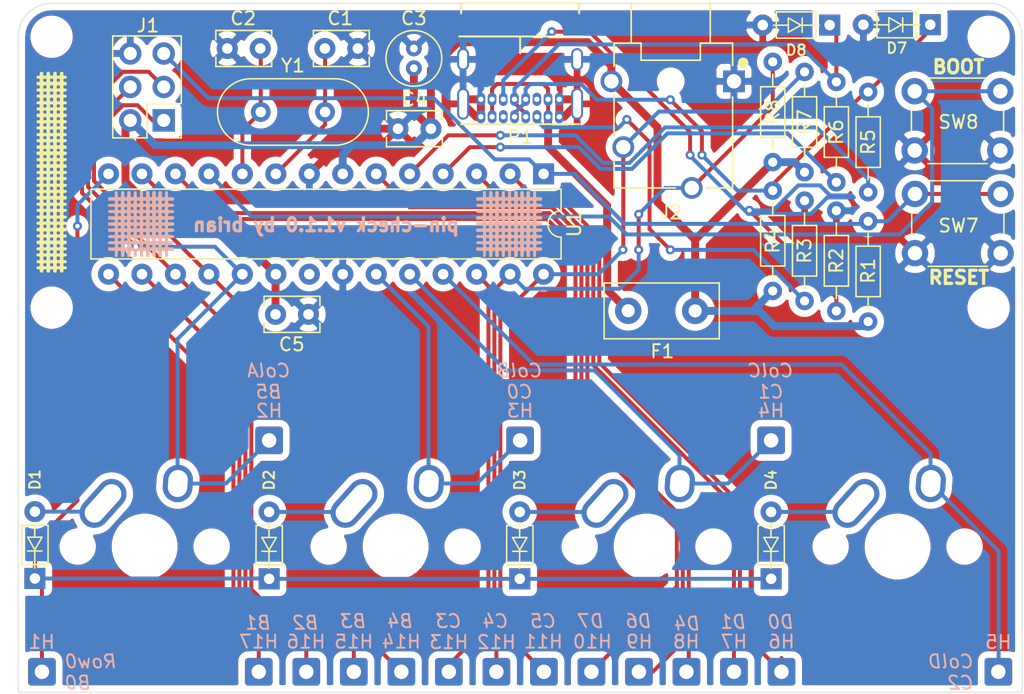
<source format=kicad_pcb>
(kicad_pcb (version 20171130) (host pcbnew "(5.1.6-0-10_14)")
  (title_block (title pin-check) (rev v1.1.0) (comment 2 https://github.com/brianmutualaid/pin-check/blob/master/LICENSE) (comment 3 "License: BSD 2-Clause") (comment 4 brian@mutualaid.info))
  (layers (0 F.Cu signal) (31 B.Cu signal) (34 B.Paste user) (35 F.Paste user) (36 B.SilkS user) (37 F.SilkS user) (38 B.Mask user) (39 F.Mask user) (44 Edge.Cuts user))
  (net 0 "")
  (net 1 "Net-(C1-Pad2)")
  (net 2 GND)
  (net 3 "Net-(C2-Pad2)")
  (net 4 +5V)
  (net 5 "Net-(D1-Pad2)")
  (net 6 /Row0)
  (net 7 "Net-(D2-Pad2)")
  (net 8 "Net-(D3-Pad2)")
  (net 9 "Net-(D4-Pad2)")
  (net 10 "Net-(D7-Pad1)")
  (net 11 "Net-(D8-Pad1)")
  (net 12 "Net-(F1-Pad2)")
  (net 13 /B1)
  (net 14 /B2)
  (net 15 /B3)
  (net 16 /B4)
  (net 17 /C5)
  (net 18 /D0)
  (net 19 /D1)
  (net 20 /D4)
  (net 21 /D6)
  (net 22 /D7)
  (net 23 /Reset)
  (net 24 "Net-(P1-PadB5)")
  (net 25 "Net-(P1-PadB8)")
  (net 26 "Net-(P1-PadA8)")
  (net 27 "Net-(P1-PadA5)")
  (net 28 /D-)
  (net 29 /D+)
  (net 30 /Boot)
  (net 31 "Net-(U1-Pad21)")
  (net 32 /C3)
  (net 33 /C4)
  (net 34 /ColA)
  (net 35 /ColB)
  (net 36 /ColC)
  (net 37 /ColD)
  (module pin-check:pin-check-pattern-square (layer B.Cu) (at 91.8845 42.164)
    (fp_text reference G*** hide)
    (fp_text value LOGO hide)
  )
  (module pin-check:pin-check-pattern-square (layer B.Cu) (at 119.8245 42.164)
    (fp_text reference G*** hide)
    (fp_text value LOGO hide)
  )
  (module pin-check:MX-1U-NoLED (layer F.Cu) (at 149.3 66.6635)
    (fp_text reference SW4)
    (fp_text value MX-NoLED)
    (pad 2 thru_hole oval (at 2.52 -4.79 86) (size 2.831378 2.25) (drill oval 2.051378 1.48) (layers *.Cu *.Mask) (net 37 /ColD))
    (pad 1 thru_hole oval (at -3.16 -3.28 48) (size 4.21 2.25) (drill oval 3.43 1.48) (layers *.Cu *.Mask) (net 9 "Net-(D4-Pad2)"))
    (pad "" np_thru_hole circle (at 5.08 0 48.0996) (size 1.75 1.75) (drill 1.75) (layers *.Cu *.Mask))
    (pad "" np_thru_hole circle (at -5.08 0 48.0996) (size 1.75 1.75) (drill 1.75) (layers *.Cu *.Mask))
    (pad "" np_thru_hole circle (at 0 0) (size 3.9878 3.9878) (drill 3.9878) (layers *.Cu *.Mask))
  )
  (module pin-check:MX-1U-NoLED (layer F.Cu) (at 130.25 66.6635)
    (fp_text reference SW3)
    (fp_text value MX-NoLED)
    (pad 2 thru_hole oval (at 2.52 -4.79 86) (size 2.831378 2.25) (drill oval 2.051378 1.48) (layers *.Cu *.Mask) (net 36 /ColC))
    (pad 1 thru_hole oval (at -3.16 -3.28 48) (size 4.21 2.25) (drill oval 3.43 1.48) (layers *.Cu *.Mask) (net 8 "Net-(D3-Pad2)"))
    (pad "" np_thru_hole circle (at 5.08 0 48.0996) (size 1.75 1.75) (drill 1.75) (layers *.Cu *.Mask))
    (pad "" np_thru_hole circle (at -5.08 0 48.0996) (size 1.75 1.75) (drill 1.75) (layers *.Cu *.Mask))
    (pad "" np_thru_hole circle (at 0 0) (size 3.9878 3.9878) (drill 3.9878) (layers *.Cu *.Mask))
  )
  (module pin-check:MX-1U-NoLED (layer F.Cu) (at 111.2 66.6635)
    (fp_text reference SW2)
    (fp_text value MX-NoLED)
    (pad 2 thru_hole oval (at 2.52 -4.79 86) (size 2.831378 2.25) (drill oval 2.051378 1.48) (layers *.Cu *.Mask) (net 35 /ColB))
    (pad 1 thru_hole oval (at -3.16 -3.28 48) (size 4.21 2.25) (drill oval 3.43 1.48) (layers *.Cu *.Mask) (net 7 "Net-(D2-Pad2)"))
    (pad "" np_thru_hole circle (at 5.08 0 48.0996) (size 1.75 1.75) (drill 1.75) (layers *.Cu *.Mask))
    (pad "" np_thru_hole circle (at -5.08 0 48.0996) (size 1.75 1.75) (drill 1.75) (layers *.Cu *.Mask))
    (pad "" np_thru_hole circle (at 0 0) (size 3.9878 3.9878) (drill 3.9878) (layers *.Cu *.Mask))
  )
  (module pin-check:MX-1U-NoLED (layer F.Cu) (at 92.15 66.6635)
    (fp_text reference SW1)
    (fp_text value MX-NoLED)
    (pad 2 thru_hole oval (at 2.52 -4.79 86) (size 2.831378 2.25) (drill oval 2.051378 1.48) (layers *.Cu *.Mask) (net 34 /ColA))
    (pad 1 thru_hole oval (at -3.16 -3.28 48) (size 4.21 2.25) (drill oval 3.43 1.48) (layers *.Cu *.Mask) (net 5 "Net-(D1-Pad2)"))
    (pad "" np_thru_hole circle (at 5.08 0 48.0996) (size 1.75 1.75) (drill 1.75) (layers *.Cu *.Mask))
    (pad "" np_thru_hole circle (at -5.08 0 48.0996) (size 1.75 1.75) (drill 1.75) (layers *.Cu *.Mask))
    (pad "" np_thru_hole circle (at 0 0) (size 3.9878 3.9878) (drill 3.9878) (layers *.Cu *.Mask))
  )
  (module Resistor_THT:R_Axial_DIN0204_L3.6mm_D1.6mm_P7.62mm_Horizontal (layer F.Cu) (at 139.827 37.465 90)
    (fp_text reference R8 (at 3.81 0 90) (layer F.SilkS))
    (fp_text value 4.7k)
    (pad 2 thru_hole oval (at 7.62 0 90) (size 1.4 1.4) (drill 0.7) (layers *.Cu *.Mask) (net 33 /C4))
    (pad 1 thru_hole circle (at 0 0 90) (size 1.4 1.4) (drill 0.7) (layers *.Cu *.Mask) (net 4 +5V))
  )
  (module Resistor_THT:R_Axial_DIN0204_L3.6mm_D1.6mm_P7.62mm_Horizontal (layer F.Cu) (at 142.24 38.227 90)
    (fp_text reference R7 (at 3.81 0 90) (layer F.SilkS))
    (fp_text value 4.7k)
    (pad 2 thru_hole oval (at 7.62 0 90) (size 1.4 1.4) (drill 0.7) (layers *.Cu *.Mask) (net 17 /C5))
    (pad 1 thru_hole circle (at 0 0 90) (size 1.4 1.4) (drill 0.7) (layers *.Cu *.Mask) (net 4 +5V))
  )
  (module pin-check:CUI_SJ-43514 (layer F.Cu) (at 132.08 33.922 270)
    (fp_text reference J2 (at 7.366 0 180) (layer F.SilkS))
    (fp_text value SJ-43514)
    (pad None np_thru_hole circle (at 2.4 0 270) (size 1.1 1.1) (drill 1.1) (layers *.Cu *.Mask))
    (pad None np_thru_hole circle (at -2.6 0 270) (size 1.1 1.1) (drill 1.1) (layers *.Cu *.Mask))
    (pad 4 thru_hole circle (at -2.6 4.5 270) (size 1.65 1.65) (drill 1.1) (layers *.Cu *.Mask) (net 4 +5V))
    (pad 3 thru_hole circle (at 5.5 -1.6 270) (size 1.65 1.65) (drill 1.1) (layers *.Cu *.Mask) (net 33 /C4))
    (pad 2 thru_hole circle (at 2.4 3.6 270) (size 1.65 1.65) (drill 1.1) (layers *.Cu *.Mask) (net 17 /C5))
    (pad 1 thru_hole rect (at -2.6 -4.8 270) (size 1.65 1.65) (drill 1.1) (layers *.Cu *.Mask) (net 2 GND))
  )
  (module pin-check:pin-check-pattern (layer F.Cu) (at 85.09 38.227 90)
    (fp_text reference G*** hide)
    (fp_text value LOGO hide)
  )
  (module Connector_PinHeader_2.54mm:PinHeader_2x03_P2.54mm_Vertical (layer F.Cu) (at 93.599 34.29 180)
    (fp_text reference J1 (at 1.2 7.2) (layer F.SilkS))
    (fp_text value AVR-ISP-6)
    (pad 6 thru_hole oval (at 2.54 5.08 180) (size 1.7 1.7) (drill 1) (layers *.Cu *.Mask) (net 2 GND))
    (pad 5 thru_hole oval (at 0 5.08 180) (size 1.7 1.7) (drill 1) (layers *.Cu *.Mask) (net 23 /Reset))
    (pad 4 thru_hole oval (at 2.54 2.54 180) (size 1.7 1.7) (drill 1) (layers *.Cu *.Mask) (net 15 /B3))
    (pad 3 thru_hole oval (at 0 2.54 180) (size 1.7 1.7) (drill 1) (layers *.Cu *.Mask) (net 34 /ColA))
    (pad 2 thru_hole oval (at 2.54 0 180) (size 1.7 1.7) (drill 1) (layers *.Cu *.Mask) (net 4 +5V))
    (pad 1 thru_hole rect (at 0 0 180) (size 1.7 1.7) (drill 1) (layers *.Cu *.Mask) (net 16 /B4))
  )
  (module pin-check:USB_C_GCT_USB4085 (layer F.Cu) (at 120.65 27.9146 180)
    (fp_text reference P1 (at -0.017498 -7.6454) (layer F.SilkS))
    (fp_text value USB_C_Receptacle_USB2.0)
    (pad A5 thru_hole oval (at -1.275 -6.1 180) (size 0.65 1) (drill 0.4) (layers *.Cu *.Mask) (net 27 "Net-(P1-PadA5)"))
    (pad A1 thru_hole oval (at -2.975 -6.1 180) (size 0.65 1) (drill 0.4) (layers *.Cu *.Mask) (net 2 GND))
    (pad A4 thru_hole oval (at -2.125 -6.1 180) (size 0.65 1) (drill 0.4) (layers *.Cu *.Mask) (net 12 "Net-(F1-Pad2)"))
    (pad A6 thru_hole oval (at -0.425 -6.1 180) (size 0.65 1) (drill 0.4) (layers *.Cu *.Mask) (net 11 "Net-(D8-Pad1)"))
    (pad A7 thru_hole oval (at 0.425 -6.1 180) (size 0.65 1) (drill 0.4) (layers *.Cu *.Mask) (net 10 "Net-(D7-Pad1)"))
    (pad A8 thru_hole oval (at 1.275 -6.1 180) (size 0.65 1) (drill 0.4) (layers *.Cu *.Mask) (net 26 "Net-(P1-PadA8)"))
    (pad A9 thru_hole oval (at 2.125 -6.1 180) (size 0.65 1) (drill 0.4) (layers *.Cu *.Mask) (net 12 "Net-(F1-Pad2)"))
    (pad A12 thru_hole oval (at 2.975 -6.1 180) (size 0.65 1) (drill 0.4) (layers *.Cu *.Mask) (net 2 GND))
    (pad B12 thru_hole oval (at -2.975 -4.775 180) (size 0.65 1) (drill 0.4) (layers *.Cu *.Mask) (net 2 GND))
    (pad B9 thru_hole oval (at -2.12 -4.775 180) (size 0.65 1) (drill 0.4) (layers *.Cu *.Mask) (net 12 "Net-(F1-Pad2)"))
    (pad B8 thru_hole oval (at -1.27 -4.775 180) (size 0.65 1) (drill 0.4) (layers *.Cu *.Mask) (net 25 "Net-(P1-PadB8)"))
    (pad B7 thru_hole oval (at -0.42 -4.775 180) (size 0.65 1) (drill 0.4) (layers *.Cu *.Mask) (net 10 "Net-(D7-Pad1)"))
    (pad B6 thru_hole oval (at 0.43 -4.775 180) (size 0.65 1) (drill 0.4) (layers *.Cu *.Mask) (net 11 "Net-(D8-Pad1)"))
    (pad B5 thru_hole oval (at 1.28 -4.775 180) (size 0.65 1) (drill 0.4) (layers *.Cu *.Mask) (net 24 "Net-(P1-PadB5)"))
    (pad B4 thru_hole oval (at 2.13 -4.775 180) (size 0.65 1) (drill 0.4) (layers *.Cu *.Mask) (net 12 "Net-(F1-Pad2)"))
    (pad B1 thru_hole oval (at 2.98 -4.775 180) (size 0.65 1) (drill 0.4) (layers *.Cu *.Mask) (net 2 GND))
    (pad S1 thru_hole oval (at -4.325 -5.12 180) (size 0.9 2.4) (drill oval 0.6 2.1) (layers *.Cu *.Mask) (net 2 GND))
    (pad S1 thru_hole oval (at 4.325 -5.12 180) (size 0.9 2.4) (drill oval 0.6 2.1) (layers *.Cu *.Mask) (net 2 GND))
    (pad S1 thru_hole oval (at -4.325 -1.74 180) (size 0.9 1.7) (drill oval 0.6 1.4) (layers *.Cu *.Mask) (net 2 GND))
    (pad S1 thru_hole oval (at 4.325 -1.74 180) (size 0.9 1.7) (drill oval 0.6 1.4) (layers *.Cu *.Mask) (net 2 GND))
  )
  (module MountingHole:MountingHole_2.2mm_M2 (layer F.Cu) (at 156.21 48.514)
    (fp_text reference H21 hide)
    (fp_text value MountingHole)
    (pad 1 np_thru_hole circle (at 0 0) (size 2.2 2.2) (drill 2.2) (layers *.Cu *.Mask))
  )
  (module MountingHole:MountingHole_2.2mm_M2 (layer F.Cu) (at 85.09 48.514)
    (fp_text reference H20 hide)
    (fp_text value MountingHole)
    (pad 1 np_thru_hole circle (at 0 0) (size 2.2 2.2) (drill 2.2) (layers *.Cu *.Mask))
  )
  (module MountingHole:MountingHole_2.2mm_M2 (layer F.Cu) (at 156.21 27.94)
    (fp_text reference H19 hide)
    (fp_text value MountingHole)
    (pad 1 np_thru_hole circle (at 0 0) (size 2.2 2.2) (drill 2.2) (layers *.Cu *.Mask))
  )
  (module MountingHole:MountingHole_2.2mm_M2 (layer F.Cu) (at 85.09 27.94)
    (fp_text reference H18 hide)
    (fp_text value MountingHole)
    (pad 1 np_thru_hole circle (at 0 0) (size 2.2 2.2) (drill 2.2) (layers *.Cu *.Mask))
  )
  (module pin-check:D_DO-35_SOD27_P5.08mm_Horizontal (layer F.Cu) (at 83.82 70.358 90)
    (fp_text reference D1 (at 8.77 0 270) (layer F.SilkS) (effects (font (size 0.8 0.8))))
    (fp_text value 1N4148)
    (pad 2 thru_hole oval (at 6.35 0 90) (size 1.6 1.6) (drill 0.8) (layers *.Cu *.Mask) (net 5 "Net-(D1-Pad2)"))
    (pad 1 thru_hole rect (at 1.27 0 90) (size 1.6 1.6) (drill 0.8) (layers *.Cu *.Mask) (net 6 /Row0))
  )
  (module pin-check:D_DO-35_SOD27_P5.08mm_Horizontal (layer F.Cu) (at 145.415 27.051 180)
    (fp_text reference D8 (at 3.81 -1.905) (layer F.SilkS) (effects (font (size 0.8 0.8))))
    (fp_text value 3.6V)
    (pad 2 thru_hole oval (at 6.35 0 180) (size 1.6 1.6) (drill 0.8) (layers *.Cu *.Mask) (net 2 GND))
    (pad 1 thru_hole rect (at 1.27 0 180) (size 1.6 1.6) (drill 0.8) (layers *.Cu *.Mask) (net 11 "Net-(D8-Pad1)"))
  )
  (module pin-check:D_DO-35_SOD27_P5.08mm_Horizontal (layer F.Cu) (at 153.05 27.024 180)
    (fp_text reference D7 (at 3.81 -1.778) (layer F.SilkS) (effects (font (size 0.8 0.8))))
    (fp_text value 3.6V)
    (pad 2 thru_hole oval (at 6.35 0 180) (size 1.6 1.6) (drill 0.8) (layers *.Cu *.Mask) (net 2 GND))
    (pad 1 thru_hole rect (at 1.27 0 180) (size 1.6 1.6) (drill 0.8) (layers *.Cu *.Mask) (net 10 "Net-(D7-Pad1)"))
  )
  (module pin-check:D_DO-35_SOD27_P5.08mm_Horizontal (layer F.Cu) (at 139.7 70.3834 90)
    (fp_text reference D4 (at 8.77 0 90) (layer F.SilkS) (effects (font (size 0.8 0.8))))
    (fp_text value 1N4148)
    (pad 2 thru_hole oval (at 6.35 0 90) (size 1.6 1.6) (drill 0.8) (layers *.Cu *.Mask) (net 9 "Net-(D4-Pad2)"))
    (pad 1 thru_hole rect (at 1.27 0 90) (size 1.6 1.6) (drill 0.8) (layers *.Cu *.Mask) (net 6 /Row0))
  )
  (module pin-check:D_DO-35_SOD27_P5.08mm_Horizontal (layer F.Cu) (at 120.6246 70.3834 90)
    (fp_text reference D3 (at 8.77 0 90) (layer F.SilkS) (effects (font (size 0.8 0.8))))
    (fp_text value 1N4148)
    (pad 2 thru_hole oval (at 6.35 0 90) (size 1.6 1.6) (drill 0.8) (layers *.Cu *.Mask) (net 8 "Net-(D3-Pad2)"))
    (pad 1 thru_hole rect (at 1.27 0 90) (size 1.6 1.6) (drill 0.8) (layers *.Cu *.Mask) (net 6 /Row0))
  )
  (module pin-check:D_DO-35_SOD27_P5.08mm_Horizontal (layer F.Cu) (at 101.6 70.3834 90)
    (fp_text reference D2 (at 8.77 0 90) (layer F.SilkS) (effects (font (size 0.8 0.8))))
    (fp_text value 1N4148)
    (pad 2 thru_hole oval (at 6.35 0 90) (size 1.6 1.6) (drill 0.8) (layers *.Cu *.Mask) (net 7 "Net-(D2-Pad2)"))
    (pad 1 thru_hole rect (at 1.27 0 90) (size 1.6 1.6) (drill 0.8) (layers *.Cu *.Mask) (net 6 /Row0))
  )
  (module Resistor_THT:R_Axial_DIN0204_L3.6mm_D1.6mm_P7.62mm_Horizontal (layer F.Cu) (at 144.653 31.369 270)
    (fp_text reference R6 (at 3.81 0 90) (layer F.SilkS))
    (fp_text value 75R)
    (pad 2 thru_hole oval (at 7.62 0 270) (size 1.4 1.4) (drill 0.7) (layers *.Cu *.Mask) (net 29 /D+))
    (pad 1 thru_hole circle (at 0 0 270) (size 1.4 1.4) (drill 0.7) (layers *.Cu *.Mask) (net 11 "Net-(D8-Pad1)"))
  )
  (module Resistor_THT:R_Axial_DIN0204_L3.6mm_D1.6mm_P7.62mm_Horizontal (layer F.Cu) (at 147.066 39.751 90)
    (fp_text reference R5 (at 3.81 0 90) (layer F.SilkS))
    (fp_text value 75R)
    (pad 2 thru_hole oval (at 7.62 0 90) (size 1.4 1.4) (drill 0.7) (layers *.Cu *.Mask) (net 10 "Net-(D7-Pad1)"))
    (pad 1 thru_hole circle (at 0 0 90) (size 1.4 1.4) (drill 0.7) (layers *.Cu *.Mask) (net 28 /D-))
  )
  (module Resistor_THT:R_Axial_DIN0204_L3.6mm_D1.6mm_P7.62mm_Horizontal (layer F.Cu) (at 139.827 47.244 90)
    (fp_text reference R4 (at 3.81 0 90) (layer F.SilkS))
    (fp_text value 1.5k)
    (pad 2 thru_hole oval (at 7.62 0 90) (size 1.4 1.4) (drill 0.7) (layers *.Cu *.Mask) (net 10 "Net-(D7-Pad1)"))
    (pad 1 thru_hole circle (at 0 0 90) (size 1.4 1.4) (drill 0.7) (layers *.Cu *.Mask) (net 4 +5V))
  )
  (module Resistor_THT:R_Axial_DIN0204_L3.6mm_D1.6mm_P7.62mm_Horizontal (layer F.Cu) (at 142.24 48.006 90)
    (fp_text reference R3 (at 3.81 0 90) (layer F.SilkS))
    (fp_text value 5.1k)
    (pad 2 thru_hole oval (at 7.62 0 90) (size 1.4 1.4) (drill 0.7) (layers *.Cu *.Mask) (net 2 GND))
    (pad 1 thru_hole circle (at 0 0 90) (size 1.4 1.4) (drill 0.7) (layers *.Cu *.Mask) (net 27 "Net-(P1-PadA5)"))
  )
  (module Resistor_THT:R_Axial_DIN0204_L3.6mm_D1.6mm_P7.62mm_Horizontal (layer F.Cu) (at 144.653 48.768 90)
    (fp_text reference R2 (at 3.81 0 90) (layer F.SilkS))
    (fp_text value 5.1k)
    (pad 2 thru_hole oval (at 7.62 0 90) (size 1.4 1.4) (drill 0.7) (layers *.Cu *.Mask) (net 2 GND))
    (pad 1 thru_hole circle (at 0 0 90) (size 1.4 1.4) (drill 0.7) (layers *.Cu *.Mask) (net 24 "Net-(P1-PadB5)"))
  )
  (module Resistor_THT:R_Axial_DIN0204_L3.6mm_D1.6mm_P7.62mm_Horizontal (layer F.Cu) (at 147.066 49.57318 90)
    (fp_text reference R1 (at 3.85318 0 270) (layer F.SilkS))
    (fp_text value 10k)
    (pad 2 thru_hole oval (at 7.62 0 90) (size 1.4 1.4) (drill 0.7) (layers *.Cu *.Mask) (net 23 /Reset))
    (pad 1 thru_hole circle (at 0 0 90) (size 1.4 1.4) (drill 0.7) (layers *.Cu *.Mask) (net 4 +5V))
  )
  (module Connector_Wire:SolderWire-0.5sqmm_1x01_D0.9mm_OD2.1mm (layer B.Cu) (at 126.0602 76.1746 180)
    (fp_text reference H10 (at -0.0744 2.286) (layer B.SilkS) (effects (justify mirror)))
    (fp_text value Pad)
    (pad 1 thru_hole roundrect (at 0 0 180) (size 2.1 2.1) (drill 1.1) (layers *.Cu *.Mask) (roundrect_rratio 0.119048) (net 22 /D7))
  )
  (module Connector_Wire:SolderWire-0.5sqmm_1x01_D0.9mm_OD2.1mm (layer B.Cu) (at 129.667 76.1746 180)
    (fp_text reference H9 (at -0.0304 2.286) (layer B.SilkS) (effects (justify mirror)))
    (fp_text value Pad)
    (pad 1 thru_hole roundrect (at 0 0 180) (size 2.1 2.1) (drill 1.1) (layers *.Cu *.Mask) (roundrect_rratio 0.119048) (net 21 /D6))
  )
  (module Connector_Wire:SolderWire-0.5sqmm_1x01_D0.9mm_OD2.1mm (layer B.Cu) (at 133.2738 76.1746 180)
    (fp_text reference H8 (at 0.0136 2.286) (layer B.SilkS) (effects (justify mirror)))
    (fp_text value Pad)
    (pad 1 thru_hole roundrect (at 0 0 180) (size 2.1 2.1) (drill 1.1) (layers *.Cu *.Mask) (roundrect_rratio 0.119048) (net 20 /D4))
  )
  (module Connector_Wire:SolderWire-0.5sqmm_1x01_D0.9mm_OD2.1mm (layer B.Cu) (at 136.8806 76.1746 180)
    (fp_text reference H7 (at 0 2.286) (layer B.SilkS) (effects (justify mirror)))
    (fp_text value Pad)
    (pad 1 thru_hole roundrect (at 0 0 180) (size 2.1 2.1) (drill 1.1) (layers *.Cu *.Mask) (roundrect_rratio 0.119048) (net 19 /D1))
  )
  (module Connector_Wire:SolderWire-0.5sqmm_1x01_D0.9mm_OD2.1mm (layer B.Cu) (at 140.4874 76.1746 180)
    (fp_text reference H6 (at 0 2.286) (layer B.SilkS) (effects (justify mirror)))
    (fp_text value Pad)
    (pad 1 thru_hole roundrect (at 0 0 180) (size 2.1 2.1) (drill 1.1) (layers *.Cu *.Mask) (roundrect_rratio 0.119048) (net 18 /D0))
  )
  (module Connector_Wire:SolderWire-0.5sqmm_1x01_D0.9mm_OD2.1mm (layer B.Cu) (at 122.4534 76.1746 180)
    (fp_text reference H11 (at 0.044 2.286) (layer B.SilkS) (effects (justify mirror)))
    (fp_text value Pad)
    (pad 1 thru_hole roundrect (at 0 0 180) (size 2.1 2.1) (drill 1.1) (layers *.Cu *.Mask) (roundrect_rratio 0.119048) (net 17 /C5))
  )
  (module Connector_Wire:SolderWire-0.5sqmm_1x01_D0.9mm_OD2.1mm (layer B.Cu) (at 111.633 76.1746 180)
    (fp_text reference H14 (at 0 2.286) (layer B.SilkS) (effects (justify mirror)))
    (fp_text value Pad)
    (pad 1 thru_hole roundrect (at 0 0 180) (size 2.1 2.1) (drill 1.1) (layers *.Cu *.Mask) (roundrect_rratio 0.119048) (net 16 /B4))
  )
  (module Connector_Wire:SolderWire-0.5sqmm_1x01_D0.9mm_OD2.1mm (layer B.Cu) (at 108.0262 76.1746 180)
    (fp_text reference H15 (at 0 2.286) (layer B.SilkS) (effects (justify mirror)))
    (fp_text value Pad)
    (pad 1 thru_hole roundrect (at 0 0 180) (size 2.1 2.1) (drill 1.1) (layers *.Cu *.Mask) (roundrect_rratio 0.119048) (net 15 /B3))
  )
  (module Connector_Wire:SolderWire-0.5sqmm_1x01_D0.9mm_OD2.1mm (layer B.Cu) (at 104.4194 76.1746 180)
    (fp_text reference H16 (at 0.0254 2.286) (layer B.SilkS) (effects (justify mirror)))
    (fp_text value Pad)
    (pad 1 thru_hole roundrect (at 0 0 180) (size 2.1 2.1) (drill 1.1) (layers *.Cu *.Mask) (roundrect_rratio 0.119048) (net 14 /B2))
  )
  (module Connector_Wire:SolderWire-0.5sqmm_1x01_D0.9mm_OD2.1mm (layer B.Cu) (at 100.8126 76.1746 180)
    (fp_text reference H17 (at 0 2.286) (layer B.SilkS) (effects (justify mirror)))
    (fp_text value Pad)
    (pad 1 thru_hole roundrect (at 0 0 180) (size 2.1 2.1) (drill 1.1) (layers *.Cu *.Mask) (roundrect_rratio 0.119048) (net 13 /B1))
  )
  (module Connector_Wire:SolderWire-0.5sqmm_1x01_D0.9mm_OD2.1mm (layer B.Cu) (at 118.8466 76.1746 180)
    (fp_text reference H12 (at 0 2.25) (layer B.SilkS) (effects (justify mirror)))
    (fp_text value Pad)
    (pad 1 thru_hole roundrect (at 0 0 180) (size 2.1 2.1) (drill 1.1) (layers *.Cu *.Mask) (roundrect_rratio 0.119048) (net 33 /C4))
  )
  (module Connector_Wire:SolderWire-0.5sqmm_1x01_D0.9mm_OD2.1mm (layer B.Cu) (at 115.2398 76.1746 180)
    (fp_text reference H13 (at 0 2.25) (layer B.SilkS) (effects (justify mirror)))
    (fp_text value Pad)
    (pad 1 thru_hole roundrect (at 0 0 180) (size 2.1 2.1) (drill 1.1) (layers *.Cu *.Mask) (roundrect_rratio 0.119048) (net 32 /C3))
  )
  (module Connector_Wire:SolderWire-0.5sqmm_1x01_D0.9mm_OD2.1mm (layer B.Cu) (at 156.9466 76.1746 180)
    (fp_text reference H5 (at 0 2.25) (layer B.SilkS) (effects (justify mirror)))
    (fp_text value Pad)
    (pad 1 thru_hole roundrect (at 0 0 180) (size 2.1 2.1) (drill 1.1) (layers *.Cu *.Mask) (roundrect_rratio 0.119048) (net 37 /ColD))
  )
  (module Connector_Wire:SolderWire-0.5sqmm_1x01_D0.9mm_OD2.1mm (layer B.Cu) (at 139.7 58.5978 180)
    (fp_text reference H4 (at 0 2.25) (layer B.SilkS) (effects (justify mirror)))
    (fp_text value Pad)
    (pad 1 thru_hole roundrect (at 0 0 180) (size 2.1 2.1) (drill 1.1) (layers *.Cu *.Mask) (roundrect_rratio 0.119048) (net 36 /ColC))
  )
  (module Connector_Wire:SolderWire-0.5sqmm_1x01_D0.9mm_OD2.1mm (layer B.Cu) (at 120.65 58.5978 180)
    (fp_text reference H3 (at 0 2.25) (layer B.SilkS) (effects (justify mirror)))
    (fp_text value Pad)
    (pad 1 thru_hole roundrect (at 0 0 180) (size 2.1 2.1) (drill 1.1) (layers *.Cu *.Mask) (roundrect_rratio 0.119048) (net 35 /ColB))
  )
  (module Connector_Wire:SolderWire-0.5sqmm_1x01_D0.9mm_OD2.1mm (layer B.Cu) (at 101.6 58.5978 180)
    (fp_text reference H2 (at 0 2.25) (layer B.SilkS) (effects (justify mirror)))
    (fp_text value Pad)
    (pad 1 thru_hole roundrect (at 0 0 180) (size 2.1 2.1) (drill 1.1) (layers *.Cu *.Mask) (roundrect_rratio 0.119048) (net 34 /ColA))
  )
  (module Connector_Wire:SolderWire-0.5sqmm_1x01_D0.9mm_OD2.1mm (layer B.Cu) (at 84.3534 76.1746 180)
    (fp_text reference H1 (at 0.0254 2.2606) (layer B.SilkS) (effects (justify mirror)))
    (fp_text value Pad)
    (pad 1 thru_hole roundrect (at 0 0 180) (size 2.1 2.1) (drill 1.1) (layers *.Cu *.Mask) (roundrect_rratio 0.119048) (net 6 /Row0))
  )
  (module Fuse:Fuse_Littelfuse_395Series (layer F.Cu) (at 133.9342 48.76292 180)
    (fp_text reference F1 (at 2.4892 -3.0734) (layer F.SilkS))
    (fp_text value 100mA)
    (pad 2 thru_hole circle (at 5.08 0.01 180) (size 2 2) (drill 1) (layers *.Cu *.Mask) (net 12 "Net-(F1-Pad2)"))
    (pad 1 thru_hole circle (at 0 0 180) (size 2 2) (drill 1) (layers *.Cu *.Mask) (net 4 +5V))
  )
  (module Capacitor_THT:C_Radial_D4.0mm_H7.0mm_P1.50mm (layer F.Cu) (at 112.5855 28.829 270)
    (fp_text reference C3 (at -2.286 0 180) (layer F.SilkS))
    (fp_text value 4.7u)
    (pad 2 thru_hole circle (at 1.5 0 270) (size 1.2 1.2) (drill 0.6) (layers *.Cu *.Mask) (net 4 +5V))
    (pad 1 thru_hole circle (at 0 0 270) (size 1.2 1.2) (drill 0.6) (layers *.Cu *.Mask) (net 2 GND))
  )
  (module Crystal:Crystal_HC49-4H_Vertical (layer F.Cu) (at 100.965 33.655)
    (fp_text reference Y1 (at 2.44 -3.525) (layer F.SilkS))
    (fp_text value 16MHz)
    (pad 2 thru_hole circle (at 4.88 0) (size 1.5 1.5) (drill 0.8) (layers *.Cu *.Mask) (net 1 "Net-(C1-Pad2)"))
    (pad 1 thru_hole circle (at 0 0) (size 1.5 1.5) (drill 0.8) (layers *.Cu *.Mask) (net 3 "Net-(C2-Pad2)"))
  )
  (module Package_DIP:DIP-28_W7.62mm (layer F.Cu) (at 122.428 38.354 270)
    (fp_text reference U1 (at 3.81 -2.33 90) (layer F.SilkS))
    (fp_text value ATmega328P-PU)
    (pad 28 thru_hole oval (at 7.62 0 270) (size 1.6 1.6) (drill 0.8) (layers *.Cu *.Mask) (net 17 /C5))
    (pad 14 thru_hole oval (at 0 33.02 270) (size 1.6 1.6) (drill 0.8) (layers *.Cu *.Mask) (net 6 /Row0))
    (pad 27 thru_hole oval (at 7.62 2.54 270) (size 1.6 1.6) (drill 0.8) (layers *.Cu *.Mask) (net 33 /C4))
    (pad 13 thru_hole oval (at 0 30.48 270) (size 1.6 1.6) (drill 0.8) (layers *.Cu *.Mask) (net 22 /D7))
    (pad 26 thru_hole oval (at 7.62 5.08 270) (size 1.6 1.6) (drill 0.8) (layers *.Cu *.Mask) (net 32 /C3))
    (pad 12 thru_hole oval (at 0 27.94 270) (size 1.6 1.6) (drill 0.8) (layers *.Cu *.Mask) (net 21 /D6))
    (pad 25 thru_hole oval (at 7.62 7.62 270) (size 1.6 1.6) (drill 0.8) (layers *.Cu *.Mask) (net 37 /ColD))
    (pad 11 thru_hole oval (at 0 25.4 270) (size 1.6 1.6) (drill 0.8) (layers *.Cu *.Mask) (net 30 /Boot))
    (pad 24 thru_hole oval (at 7.62 10.16 270) (size 1.6 1.6) (drill 0.8) (layers *.Cu *.Mask) (net 36 /ColC))
    (pad 10 thru_hole oval (at 0 22.86 270) (size 1.6 1.6) (drill 0.8) (layers *.Cu *.Mask) (net 3 "Net-(C2-Pad2)"))
    (pad 23 thru_hole oval (at 7.62 12.7 270) (size 1.6 1.6) (drill 0.8) (layers *.Cu *.Mask) (net 35 /ColB))
    (pad 9 thru_hole oval (at 0 20.32 270) (size 1.6 1.6) (drill 0.8) (layers *.Cu *.Mask) (net 1 "Net-(C1-Pad2)"))
    (pad 22 thru_hole oval (at 7.62 15.24 270) (size 1.6 1.6) (drill 0.8) (layers *.Cu *.Mask) (net 2 GND))
    (pad 8 thru_hole oval (at 0 17.78 270) (size 1.6 1.6) (drill 0.8) (layers *.Cu *.Mask) (net 2 GND))
    (pad 21 thru_hole oval (at 7.62 17.78 270) (size 1.6 1.6) (drill 0.8) (layers *.Cu *.Mask) (net 31 "Net-(U1-Pad21)"))
    (pad 7 thru_hole oval (at 0 15.24 270) (size 1.6 1.6) (drill 0.8) (layers *.Cu *.Mask) (net 4 +5V))
    (pad 20 thru_hole oval (at 7.62 20.32 270) (size 1.6 1.6) (drill 0.8) (layers *.Cu *.Mask) (net 4 +5V))
    (pad 6 thru_hole oval (at 0 12.7 270) (size 1.6 1.6) (drill 0.8) (layers *.Cu *.Mask) (net 20 /D4))
    (pad 19 thru_hole oval (at 7.62 22.86 270) (size 1.6 1.6) (drill 0.8) (layers *.Cu *.Mask) (net 34 /ColA))
    (pad 5 thru_hole oval (at 0 10.16 270) (size 1.6 1.6) (drill 0.8) (layers *.Cu *.Mask) (net 28 /D-))
    (pad 18 thru_hole oval (at 7.62 25.4 270) (size 1.6 1.6) (drill 0.8) (layers *.Cu *.Mask) (net 16 /B4))
    (pad 4 thru_hole oval (at 0 7.62 270) (size 1.6 1.6) (drill 0.8) (layers *.Cu *.Mask) (net 29 /D+))
    (pad 17 thru_hole oval (at 7.62 27.94 270) (size 1.6 1.6) (drill 0.8) (layers *.Cu *.Mask) (net 15 /B3))
    (pad 3 thru_hole oval (at 0 5.08 270) (size 1.6 1.6) (drill 0.8) (layers *.Cu *.Mask) (net 19 /D1))
    (pad 16 thru_hole oval (at 7.62 30.48 270) (size 1.6 1.6) (drill 0.8) (layers *.Cu *.Mask) (net 14 /B2))
    (pad 2 thru_hole oval (at 0 2.54 270) (size 1.6 1.6) (drill 0.8) (layers *.Cu *.Mask) (net 18 /D0))
    (pad 15 thru_hole oval (at 7.62 33.02 270) (size 1.6 1.6) (drill 0.8) (layers *.Cu *.Mask) (net 13 /B1))
    (pad 1 thru_hole rect (at 0 0 270) (size 1.6 1.6) (drill 0.8) (layers *.Cu *.Mask) (net 23 /Reset))
  )
  (module Button_Switch_THT:SW_PUSH_6mm_H4.3mm (layer F.Cu) (at 150.599 32.076)
    (fp_text reference SW8 (at 3.325 2.341 180) (layer F.SilkS))
    (fp_text value Boot)
    (pad 1 thru_hole circle (at 6.5 0 90) (size 2 2) (drill 1.1) (layers *.Cu *.Mask) (net 30 /Boot))
    (pad 2 thru_hole circle (at 6.5 4.5 90) (size 2 2) (drill 1.1) (layers *.Cu *.Mask) (net 2 GND))
    (pad 1 thru_hole circle (at 0 0 90) (size 2 2) (drill 1.1) (layers *.Cu *.Mask) (net 30 /Boot))
    (pad 2 thru_hole circle (at 0 4.5 90) (size 2 2) (drill 1.1) (layers *.Cu *.Mask) (net 2 GND))
  )
  (module Button_Switch_THT:SW_PUSH_6mm_H4.3mm (layer F.Cu) (at 150.622 39.878)
    (fp_text reference SW7 (at 3.302 2.413) (layer F.SilkS))
    (fp_text value Reset)
    (pad 1 thru_hole circle (at 6.5 0 90) (size 2 2) (drill 1.1) (layers *.Cu *.Mask) (net 23 /Reset))
    (pad 2 thru_hole circle (at 6.5 4.5 90) (size 2 2) (drill 1.1) (layers *.Cu *.Mask) (net 2 GND))
    (pad 1 thru_hole circle (at 0 0 90) (size 2 2) (drill 1.1) (layers *.Cu *.Mask) (net 23 /Reset))
    (pad 2 thru_hole circle (at 0 4.5 90) (size 2 2) (drill 1.1) (layers *.Cu *.Mask) (net 2 GND))
  )
  (module Capacitor_THT:C_Rect_L4.0mm_W2.5mm_P2.50mm (layer F.Cu) (at 104.5845 49.022 180)
    (fp_text reference C5 (at 1.27 -2.286) (layer F.SilkS))
    (fp_text value 0.1u)
    (pad 2 thru_hole circle (at 2.5 0 180) (size 1.6 1.6) (drill 0.8) (layers *.Cu *.Mask) (net 4 +5V))
    (pad 1 thru_hole circle (at 0 0 180) (size 1.6 1.6) (drill 0.8) (layers *.Cu *.Mask) (net 2 GND))
  )
  (module Capacitor_THT:C_Rect_L4.0mm_W2.5mm_P2.50mm (layer F.Cu) (at 111.379 34.925)
    (fp_text reference C4 (at 1.27 -2.2225) (layer F.SilkS))
    (fp_text value 0.1u)
    (pad 2 thru_hole circle (at 2.5 0) (size 1.6 1.6) (drill 0.8) (layers *.Cu *.Mask) (net 4 +5V))
    (pad 1 thru_hole circle (at 0 0) (size 1.6 1.6) (drill 0.8) (layers *.Cu *.Mask) (net 2 GND))
  )
  (module Capacitor_THT:C_Rect_L4.0mm_W2.5mm_P2.50mm (layer F.Cu) (at 98.425 28.829)
    (fp_text reference C2 (at 1.2065 -2.286) (layer F.SilkS))
    (fp_text value 22pF)
    (pad 2 thru_hole circle (at 2.5 0) (size 1.6 1.6) (drill 0.8) (layers *.Cu *.Mask) (net 3 "Net-(C2-Pad2)"))
    (pad 1 thru_hole circle (at 0 0) (size 1.6 1.6) (drill 0.8) (layers *.Cu *.Mask) (net 2 GND))
  )
  (module Capacitor_THT:C_Rect_L4.0mm_W2.5mm_P2.50mm (layer F.Cu) (at 108.331 28.829 180)
    (fp_text reference C1 (at 1.3335 2.286) (layer F.SilkS))
    (fp_text value 22pF)
    (pad 2 thru_hole circle (at 2.5 0 180) (size 1.6 1.6) (drill 0.8) (layers *.Cu *.Mask) (net 1 "Net-(C1-Pad2)"))
    (pad 1 thru_hole circle (at 0 0 180) (size 1.6 1.6) (drill 0.8) (layers *.Cu *.Mask) (net 2 GND))
  )
  (gr_text B1 (at 100.7745 72.4535) (layer B.SilkS) (effects (font (size 1 1) (thickness 0.15) italic) (justify mirror)))
  (gr_text B2 (at 104.394 72.4535) (layer B.SilkS) (effects (font (size 1 1) (thickness 0.15) italic) (justify mirror)))
  (gr_text B3 (at 108.0135 72.3265) (layer B.SilkS) (effects (font (size 1 1) (thickness 0.15) italic) (justify mirror)))
  (gr_text B4 (at 111.5695 72.3265) (layer B.SilkS) (effects (font (size 1 1) (thickness 0.15) italic) (justify mirror)))
  (gr_text C3 (at 115.2525 72.3265) (layer B.SilkS) (effects (font (size 1 1) (thickness 0.15) italic) (justify mirror)))
  (gr_text C4 (at 118.8085 72.3265) (layer B.SilkS) (effects (font (size 1 1) (thickness 0.15) italic) (justify mirror)))
  (gr_text C5 (at 122.428 72.3265) (layer B.SilkS) (effects (font (size 1 1) (thickness 0.15) italic) (justify mirror)))
  (gr_text D7 (at 126.0475 72.3265) (layer B.SilkS) (effects (font (size 1 1) (thickness 0.15) italic) (justify mirror)))
  (gr_text D6 (at 129.667 72.3265) (layer B.SilkS) (effects (font (size 1 1) (thickness 0.15) italic) (justify mirror)))
  (gr_text D4 (at 133.35 72.517) (layer B.SilkS) (effects (font (size 1 1) (thickness 0.15) italic) (justify mirror)))
  (gr_text D1 (at 136.8425 72.39) (layer B.SilkS) (effects (font (size 1 1) (thickness 0.15) italic) (justify mirror)))
  (gr_text D0 (at 140.462 72.39) (layer B.SilkS) (effects (font (size 1 1) (thickness 0.15) italic) (justify mirror)))
  (gr_text "ColD\nC2" (at 155.194 76.2) (layer B.SilkS) (effects (font (size 1 1) (thickness 0.15) italic) (justify left mirror)))
  (gr_text "ColC\nC1" (at 139.7 54.102) (layer B.SilkS) (effects (font (size 1 1) (thickness 0.15) italic) (justify mirror)))
  (gr_text "ColB\nC0" (at 120.65 54.102) (layer B.SilkS) (effects (font (size 1 1) (thickness 0.15) italic) (justify mirror)))
  (gr_text "ColA\nB5" (at 101.6 54.102) (layer B.SilkS) (effects (font (size 1 1) (thickness 0.15) italic) (justify mirror)))
  (gr_text "Row0\nB0" (at 86.0425 76.2) (layer B.SilkS) (effects (font (size 1 1) (thickness 0.15) italic) (justify right mirror)))
  (gr_text RESET (at 153.95 46.224) (layer F.SilkS) (effects (font (size 1 1) (thickness 0.25))))
  (gr_text BOOT (at 153.924 30.226) (layer F.SilkS) (effects (font (size 1 1) (thickness 0.25))))
  (gr_line (start 158.75 77.724) (end 158.75 27.94) (layer Edge.Cuts) (width 0.05))
  (gr_line (start 82.55 27.94) (end 82.55 77.724) (layer Edge.Cuts) (width 0.05))
  (gr_line (start 156.21 25.4) (end 85.09 25.4) (layer Edge.Cuts) (width 0.05))
  (gr_arc (start 85.09 27.94) (end 85.09 25.4) (angle -90) (layer Edge.Cuts) (width 0.05))
  (gr_arc (start 156.21 27.94) (end 158.75 27.94) (angle -90) (layer Edge.Cuts) (width 0.05))
  (gr_line (start 82.55 77.724) (end 158.75 77.724) (layer Edge.Cuts) (width 0.05))
  (gr_text "pin-check v1.1.0 by brian" (at 105.918 42.2275) (layer B.SilkS) (effects (font (size 1 1) (thickness 0.25)) (justify mirror)))
  (segment (start 105.845 34.617) (end 105.845 33.655) (width 0.3) (layer F.Cu) (net 1))
  (segment (start 102.108 38.354) (end 105.845 34.617) (width 0.3) (layer F.Cu) (net 1))
  (segment (start 105.845 28.843) (end 105.831 28.829) (width 0.3) (layer F.Cu) (net 1))
  (segment (start 105.845 33.655) (end 105.845 28.843) (width 0.3) (layer F.Cu) (net 1))
  (segment (start 108.077 34.925) (end 111.379 34.925) (width 0.6) (layer F.Cu) (net 2))
  (segment (start 104.648 38.354) (end 108.077 34.925) (width 0.6) (layer F.Cu) (net 2))
  (segment (start 124.63 32.6896) (end 124.975 33.0346) (width 0.6) (layer F.Cu) (net 2))
  (segment (start 123.625 32.6896) (end 124.63 32.6896) (width 0.6) (layer F.Cu) (net 2))
  (segment (start 123.625 32.6896) (end 123.625 34.0146) (width 0.6) (layer F.Cu) (net 2))
  (segment (start 123.995 34.0146) (end 124.975 33.0346) (width 0.6) (layer F.Cu) (net 2))
  (segment (start 123.625 34.0146) (end 123.995 34.0146) (width 0.6) (layer F.Cu) (net 2))
  (segment (start 117.67 34.0096) (end 117.675 34.0146) (width 0.6) (layer F.Cu) (net 2))
  (segment (start 117.67 32.6896) (end 117.67 34.0096) (width 0.6) (layer F.Cu) (net 2))
  (segment (start 116.67 32.6896) (end 116.325 33.0346) (width 0.6) (layer F.Cu) (net 2))
  (segment (start 117.67 32.6896) (end 116.67 32.6896) (width 0.6) (layer F.Cu) (net 2))
  (segment (start 117.305 34.0146) (end 116.325 33.0346) (width 0.6) (layer F.Cu) (net 2))
  (segment (start 117.675 34.0146) (end 117.305 34.0146) (width 0.6) (layer F.Cu) (net 2))
  (segment (start 99.568 35.052) (end 100.965 33.655) (width 0.3) (layer F.Cu) (net 3))
  (segment (start 99.568 38.354) (end 99.568 35.052) (width 0.3) (layer F.Cu) (net 3))
  (segment (start 100.965 28.869) (end 100.925 28.829) (width 0.3) (layer F.Cu) (net 3))
  (segment (start 100.965 33.655) (end 100.965 28.869) (width 0.3) (layer F.Cu) (net 3))
  (segment (start 102.0845 45.9975) (end 102.108 45.974) (width 0.6) (layer F.Cu) (net 4))
  (segment (start 102.0845 49.022) (end 102.0845 45.9975) (width 0.6) (layer F.Cu) (net 4))
  (segment (start 112.626599 36.177401) (end 113.879 34.925) (width 0.6) (layer B.Cu) (net 4))
  (segment (start 91.059 34.29) (end 92.946401 36.177401) (width 0.6) (layer B.Cu) (net 4))
  (segment (start 107.188 38.354) (end 107.188 36.892802) (width 0.6) (layer B.Cu) (net 4))
  (segment (start 107.188 36.892802) (end 107.903401 36.177401) (width 0.6) (layer B.Cu) (net 4))
  (segment (start 107.903401 36.177401) (end 112.626599 36.177401) (width 0.6) (layer B.Cu) (net 4))
  (segment (start 92.946401 36.177401) (end 107.903401 36.177401) (width 0.6) (layer B.Cu) (net 4))
  (segment (start 90.695599 38.955153) (end 94.125856 42.38541) (width 0.6) (layer F.Cu) (net 4))
  (segment (start 90.695599 34.653401) (end 90.695599 38.955153) (width 0.6) (layer F.Cu) (net 4))
  (segment (start 91.059 34.29) (end 90.695599 34.653401) (width 0.6) (layer F.Cu) (net 4))
  (segment (start 98.51941 42.38541) (end 102.108 45.974) (width 0.6) (layer F.Cu) (net 4))
  (segment (start 94.125856 42.38541) (end 98.51941 42.38541) (width 0.6) (layer F.Cu) (net 4))
  (segment (start 112.5855 33.6315) (end 113.879 34.925) (width 0.6) (layer F.Cu) (net 4))
  (segment (start 112.5855 30.329) (end 112.5855 33.6315) (width 0.6) (layer F.Cu) (net 4))
  (segment (start 138.30808 48.76292) (end 139.827 47.244) (width 0.6) (layer B.Cu) (net 4))
  (segment (start 133.9342 48.76292) (end 138.30808 48.76292) (width 0.6) (layer B.Cu) (net 4))
  (segment (start 138.30808 48.76292) (end 138.78892 48.76292) (width 0.6) (layer B.Cu) (net 4))
  (segment (start 146.718779 49.920401) (end 147.066 49.57318) (width 0.6) (layer B.Cu) (net 4))
  (segment (start 139.946401 49.920401) (end 146.718779 49.920401) (width 0.6) (layer B.Cu) (net 4))
  (segment (start 138.78892 48.76292) (end 139.946401 49.920401) (width 0.6) (layer B.Cu) (net 4))
  (segment (start 133.9342 43.3578) (end 139.827 37.465) (width 0.6) (layer F.Cu) (net 4))
  (segment (start 133.9342 48.76292) (end 133.9342 43.3578) (width 0.6) (layer F.Cu) (net 4))
  (segment (start 141.478 37.465) (end 142.24 38.227) (width 0.6) (layer B.Cu) (net 4))
  (segment (start 139.827 37.465) (end 141.478 37.465) (width 0.6) (layer B.Cu) (net 4))
  (segment (start 131.077599 34.819599) (end 127.58 31.322) (width 0.6) (layer F.Cu) (net 4))
  (segment (start 131.077599 40.501199) (end 131.077599 34.819599) (width 0.6) (layer F.Cu) (net 4))
  (segment (start 133.9342 43.3578) (end 131.077599 40.501199) (width 0.6) (layer F.Cu) (net 4))
  (segment (start 127.58 30.155274) (end 127.58 31.322) (width 0.6) (layer F.Cu) (net 4))
  (segment (start 115.95121 28.35219) (end 125.776916 28.35219) (width 0.6) (layer F.Cu) (net 4))
  (segment (start 113.879 30.4244) (end 115.95121 28.35219) (width 0.6) (layer F.Cu) (net 4))
  (segment (start 125.776916 28.35219) (end 127.58 30.155274) (width 0.6) (layer F.Cu) (net 4))
  (segment (start 113.879 34.925) (end 113.879 30.4244) (width 0.6) (layer F.Cu) (net 4))
  (segment (start 89.534 64.008) (end 89.65 64.124) (width 0.3) (layer B.Cu) (net 5))
  (segment (start 88.2245 64.008) (end 88.34 64.1235) (width 0.3) (layer B.Cu) (net 5))
  (segment (start 83.82 64.008) (end 88.2245 64.008) (width 0.3) (layer B.Cu) (net 5))
  (segment (start 84.3534 69.6214) (end 83.82 69.088) (width 0.3) (layer F.Cu) (net 6))
  (segment (start 84.3534 76.1746) (end 84.3534 69.6214) (width 0.3) (layer F.Cu) (net 6))
  (segment (start 83.82 66.394446) (end 87.05 63.164446) (width 0.3) (layer F.Cu) (net 6))
  (segment (start 83.82 69.088) (end 83.82 66.394446) (width 0.3) (layer F.Cu) (net 6))
  (via (at 87.05 42.324) (size 0.6858) (drill 0.3302) (layers F.Cu B.Cu) (net 6))
  (segment (start 87.05 63.164446) (end 87.05 42.324) (width 0.3) (layer F.Cu) (net 6))
  (segment (start 87.05 40.712) (end 89.408 38.354) (width 0.3) (layer B.Cu) (net 6))
  (segment (start 87.05 42.324) (end 87.05 40.712) (width 0.3) (layer B.Cu) (net 6))
  (segment (start 101.5746 69.088) (end 101.6 69.1134) (width 0.3) (layer B.Cu) (net 6))
  (segment (start 83.82 69.088) (end 101.5746 69.088) (width 0.3) (layer B.Cu) (net 6))
  (segment (start 101.6 69.1134) (end 120.6246 69.1134) (width 0.3) (layer B.Cu) (net 6))
  (segment (start 120.6246 69.1134) (end 139.7 69.1134) (width 0.3) (layer B.Cu) (net 6))
  (segment (start 107.2999 64.0334) (end 107.39 64.1235) (width 0.3) (layer B.Cu) (net 7))
  (segment (start 101.6 64.0334) (end 107.2999 64.0334) (width 0.3) (layer B.Cu) (net 7))
  (segment (start 126.3434 64.0334) (end 126.35 64.04) (width 0.3) (layer B.Cu) (net 8))
  (segment (start 126.3499 64.0334) (end 126.44 64.1235) (width 0.3) (layer B.Cu) (net 8))
  (segment (start 120.6246 64.0334) (end 126.3499 64.0334) (width 0.3) (layer B.Cu) (net 8))
  (segment (start 145.3934 64.0334) (end 145.4 64.04) (width 0.3) (layer B.Cu) (net 9))
  (segment (start 145.3999 64.0334) (end 145.49 64.1235) (width 0.3) (layer B.Cu) (net 9))
  (segment (start 139.7 64.0334) (end 145.3999 64.0334) (width 0.3) (layer B.Cu) (net 9))
  (segment (start 151.78 27.417) (end 151.78 27.024) (width 0.3) (layer F.Cu) (net 10))
  (segment (start 147.066 32.131) (end 151.78 27.417) (width 0.3) (layer F.Cu) (net 10))
  (segment (start 121.07 32.901891) (end 121.07 32.6896) (width 0.3) (layer B.Cu) (net 10))
  (segment (start 120.225 33.746891) (end 121.07 32.901891) (width 0.3) (layer B.Cu) (net 10))
  (segment (start 120.225 34.0146) (end 120.225 33.746891) (width 0.3) (layer B.Cu) (net 10))
  (segment (start 139.827 39.156446) (end 146.852446 32.131) (width 0.3) (layer F.Cu) (net 10))
  (segment (start 146.852446 32.131) (end 147.066 32.131) (width 0.3) (layer F.Cu) (net 10))
  (segment (start 139.827 39.624) (end 139.827 39.156446) (width 0.3) (layer F.Cu) (net 10))
  (via (at 134.45 36.924) (size 0.6858) (drill 0.3302) (layers F.Cu B.Cu) (net 10))
  (segment (start 137.15 39.624) (end 134.45 36.924) (width 0.3) (layer B.Cu) (net 10))
  (segment (start 139.827 39.624) (end 137.15 39.624) (width 0.3) (layer B.Cu) (net 10))
  (via (at 132.05 32.724) (size 0.6858) (drill 0.3302) (layers F.Cu B.Cu) (net 10))
  (segment (start 134.45 35.124) (end 132.05 32.724) (width 0.3) (layer F.Cu) (net 10))
  (segment (start 134.45 36.924) (end 134.45 35.124) (width 0.3) (layer F.Cu) (net 10))
  (segment (start 121.07 31.8896) (end 121.07 32.6896) (width 0.3) (layer B.Cu) (net 10))
  (segment (start 121.42741 31.53219) (end 121.07 31.8896) (width 0.3) (layer B.Cu) (net 10))
  (segment (start 125.286658 31.53219) (end 121.42741 31.53219) (width 0.3) (layer B.Cu) (net 10))
  (segment (start 126.478468 32.724) (end 125.286658 31.53219) (width 0.3) (layer B.Cu) (net 10))
  (segment (start 132.05 32.724) (end 126.478468 32.724) (width 0.3) (layer B.Cu) (net 10))
  (segment (start 144.653 27.559) (end 144.145 27.051) (width 0.3) (layer F.Cu) (net 11))
  (segment (start 144.653 31.369) (end 144.653 27.559) (width 0.3) (layer F.Cu) (net 11))
  (segment (start 121.075 33.802309) (end 121.075 34.0146) (width 0.3) (layer F.Cu) (net 11))
  (segment (start 120.22 32.947309) (end 121.075 33.802309) (width 0.3) (layer F.Cu) (net 11))
  (segment (start 120.22 32.6896) (end 120.22 32.947309) (width 0.3) (layer F.Cu) (net 11))
  (segment (start 144.653 31.369) (end 141.808 28.524) (width 0.3) (layer B.Cu) (net 11))
  (segment (start 120.22 31.8896) (end 120.22 32.6896) (width 0.3) (layer B.Cu) (net 11))
  (segment (start 123.60741 28.50219) (end 120.22 31.8896) (width 0.3) (layer B.Cu) (net 11))
  (segment (start 125.286658 28.50219) (end 123.60741 28.50219) (width 0.3) (layer B.Cu) (net 11))
  (segment (start 125.308468 28.524) (end 125.286658 28.50219) (width 0.3) (layer B.Cu) (net 11))
  (segment (start 141.808 28.524) (end 125.308468 28.524) (width 0.3) (layer B.Cu) (net 11))
  (segment (start 122.775 36.286678) (end 127.253046 40.764724) (width 0.6) (layer F.Cu) (net 12))
  (segment (start 122.775 34.0146) (end 122.775 36.286678) (width 0.6) (layer F.Cu) (net 12))
  (segment (start 118.52 31.8896) (end 118.8856 31.524) (width 0.3) (layer F.Cu) (net 12))
  (segment (start 118.52 32.6896) (end 118.52 31.8896) (width 0.3) (layer F.Cu) (net 12))
  (segment (start 122.77 31.8896) (end 122.77 32.6896) (width 0.3) (layer F.Cu) (net 12))
  (segment (start 122.4044 31.524) (end 122.77 31.8896) (width 0.3) (layer F.Cu) (net 12))
  (segment (start 118.8856 31.524) (end 122.4044 31.524) (width 0.3) (layer F.Cu) (net 12))
  (segment (start 118.525 32.6946) (end 118.52 32.6896) (width 0.3) (layer F.Cu) (net 12))
  (segment (start 118.525 34.0146) (end 118.525 32.6946) (width 0.3) (layer F.Cu) (net 12))
  (segment (start 122.775 32.6946) (end 122.77 32.6896) (width 0.3) (layer F.Cu) (net 12))
  (segment (start 122.775 34.0146) (end 122.775 32.6946) (width 0.3) (layer F.Cu) (net 12))
  (segment (start 127.253046 42.942896) (end 127.26205 42.9519) (width 0.6) (layer F.Cu) (net 12))
  (segment (start 127.253046 40.764724) (end 127.253046 42.942896) (width 0.6) (layer F.Cu) (net 12))
  (segment (start 127.26205 47.16077) (end 128.8542 48.75292) (width 0.6) (layer F.Cu) (net 12))
  (segment (start 127.26205 42.9519) (end 127.26205 47.16077) (width 0.6) (layer F.Cu) (net 12))
  (segment (start 100.8126 76.1746) (end 100.8126 72.389734) (width 0.3) (layer F.Cu) (net 13))
  (segment (start 100.8126 72.389734) (end 98.89036 70.467494) (width 0.3) (layer F.Cu) (net 13))
  (segment (start 98.89036 55.45636) (end 89.408 45.974) (width 0.3) (layer F.Cu) (net 13))
  (segment (start 98.89036 70.467494) (end 98.89036 55.45636) (width 0.3) (layer F.Cu) (net 13))
  (segment (start 101.691488 72.628818) (end 99.34277 70.2801) (width 0.3) (layer F.Cu) (net 14))
  (segment (start 103.25 72.628819) (end 101.691488 72.628818) (width 0.3) (layer F.Cu) (net 14))
  (segment (start 99.34277 53.36877) (end 91.948 45.974) (width 0.3) (layer F.Cu) (net 14))
  (segment (start 104.4194 73.798219) (end 103.25 72.628819) (width 0.3) (layer F.Cu) (net 14))
  (segment (start 99.34277 70.2801) (end 99.34277 53.36877) (width 0.3) (layer F.Cu) (net 14))
  (segment (start 104.4194 76.1746) (end 104.4194 73.798219) (width 0.3) (layer F.Cu) (net 14))
  (segment (start 108.0262 76.1746) (end 108.0262 73.207604) (width 0.3) (layer F.Cu) (net 15))
  (segment (start 106.995006 72.17641) (end 101.878883 72.176409) (width 0.3) (layer F.Cu) (net 15))
  (segment (start 101.878883 72.176409) (end 99.79518 70.092706) (width 0.3) (layer F.Cu) (net 15))
  (segment (start 108.0262 73.207604) (end 106.995006 72.17641) (width 0.3) (layer F.Cu) (net 15))
  (segment (start 99.79518 70.092706) (end 99.79518 53.86918) (width 0.3) (layer F.Cu) (net 15))
  (segment (start 99.79518 53.86918) (end 99.79759 53.86677) (width 0.3) (layer F.Cu) (net 15))
  (segment (start 99.79759 51.28359) (end 94.488 45.974) (width 0.3) (layer F.Cu) (net 15))
  (segment (start 99.79759 53.86677) (end 99.79759 51.28359) (width 0.3) (layer F.Cu) (net 15))
  (segment (start 87.85319 39.33919) (end 94.488 45.974) (width 0.3) (layer F.Cu) (net 15))
  (segment (start 87.85319 34.95581) (end 87.85319 39.33919) (width 0.3) (layer F.Cu) (net 15))
  (segment (start 91.059 31.75) (end 87.85319 34.95581) (width 0.3) (layer F.Cu) (net 15))
  (segment (start 111.633 76.1746) (end 107.1824 71.724) (width 0.3) (layer F.Cu) (net 16))
  (segment (start 100.24759 69.905312) (end 100.24759 57.32641) (width 0.3) (layer F.Cu) (net 16))
  (segment (start 102.066278 71.724) (end 100.24759 69.905312) (width 0.3) (layer F.Cu) (net 16))
  (segment (start 107.1824 71.724) (end 102.066278 71.724) (width 0.3) (layer F.Cu) (net 16))
  (segment (start 100.24759 57.32641) (end 100.25 57.324) (width 0.3) (layer F.Cu) (net 16))
  (segment (start 100.25 49.196) (end 97.028 45.974) (width 0.3) (layer F.Cu) (net 16))
  (segment (start 100.25 57.324) (end 100.25 49.196) (width 0.3) (layer F.Cu) (net 16))
  (segment (start 88.305599 38.883153) (end 92.410266 42.98782) (width 0.3) (layer F.Cu) (net 16))
  (segment (start 88.305599 35.337847) (end 88.305599 38.883153) (width 0.3) (layer F.Cu) (net 16))
  (segment (start 90.505847 33.137599) (end 88.305599 35.337847) (width 0.3) (layer F.Cu) (net 16))
  (segment (start 91.612153 33.137599) (end 90.505847 33.137599) (width 0.3) (layer F.Cu) (net 16))
  (segment (start 92.764554 34.29) (end 91.612153 33.137599) (width 0.3) (layer F.Cu) (net 16))
  (segment (start 93.599 34.29) (end 92.764554 34.29) (width 0.3) (layer F.Cu) (net 16))
  (segment (start 94.04182 42.98782) (end 97.028 45.974) (width 0.3) (layer F.Cu) (net 16))
  (segment (start 92.410266 42.98782) (end 94.04182 42.98782) (width 0.3) (layer F.Cu) (net 16))
  (segment (start 119.15 49.252) (end 122.428 45.974) (width 0.3) (layer F.Cu) (net 17))
  (segment (start 119.15 72.8712) (end 119.15 49.252) (width 0.3) (layer F.Cu) (net 17))
  (segment (start 122.4534 76.1746) (end 119.15 72.8712) (width 0.3) (layer F.Cu) (net 17))
  (segment (start 128.48 36.322) (end 131.178 33.624) (width 0.3) (layer B.Cu) (net 17))
  (segment (start 139.223 33.624) (end 142.24 30.607) (width 0.3) (layer B.Cu) (net 17))
  (segment (start 131.178 33.624) (end 139.223 33.624) (width 0.3) (layer B.Cu) (net 17))
  (via (at 128.45 44.124) (size 0.6858) (drill 0.3302) (layers F.Cu B.Cu) (net 17))
  (segment (start 128.48 44.094) (end 128.45 44.124) (width 0.3) (layer F.Cu) (net 17))
  (segment (start 128.48 36.322) (end 128.48 44.094) (width 0.3) (layer F.Cu) (net 17))
  (segment (start 126.6 45.974) (end 122.428 45.974) (width 0.3) (layer B.Cu) (net 17))
  (segment (start 128.45 44.124) (end 126.6 45.974) (width 0.3) (layer B.Cu) (net 17))
  (segment (start 121.507361 39.973361) (end 119.888 38.354) (width 0.3) (layer F.Cu) (net 18))
  (segment (start 123.431575 39.973361) (end 121.507361 39.973361) (width 0.3) (layer F.Cu) (net 18))
  (segment (start 140.4874 76.1746) (end 140.4874 75.1246) (width 0.3) (layer F.Cu) (net 18))
  (segment (start 126.65964 52.700782) (end 126.65964 43.201426) (width 0.3) (layer F.Cu) (net 18))
  (segment (start 137.333009 63.374151) (end 126.65964 52.700782) (width 0.3) (layer F.Cu) (net 18))
  (segment (start 137.333009 73.020209) (end 137.333009 63.374151) (width 0.3) (layer F.Cu) (net 18))
  (segment (start 126.65964 43.201426) (end 126.366107 42.907893) (width 0.3) (layer F.Cu) (net 18))
  (segment (start 140.4874 76.1746) (end 137.333009 73.020209) (width 0.3) (layer F.Cu) (net 18))
  (segment (start 126.366107 42.907893) (end 123.431575 39.973361) (width 0.3) (layer F.Cu) (net 18))
  (segment (start 126.650636 43.192422) (end 126.366107 42.907893) (width 0.3) (layer F.Cu) (net 18))
  (segment (start 136.8806 63.561546) (end 136.8806 76.1746) (width 0.3) (layer F.Cu) (net 19))
  (segment (start 126.20723 52.888176) (end 136.8806 63.561546) (width 0.3) (layer F.Cu) (net 19))
  (segment (start 126.20723 43.38882) (end 126.20723 52.888176) (width 0.3) (layer F.Cu) (net 19))
  (segment (start 117.348 38.354) (end 119.419771 40.425771) (width 0.3) (layer F.Cu) (net 19))
  (segment (start 123.244181 40.425771) (end 126.20723 43.38882) (width 0.3) (layer F.Cu) (net 19))
  (segment (start 119.419771 40.425771) (end 123.244181 40.425771) (width 0.3) (layer F.Cu) (net 19))
  (segment (start 109.728 38.354) (end 112.252181 40.878181) (width 0.3) (layer F.Cu) (net 20))
  (segment (start 112.252181 40.878181) (end 123.056788 40.87818) (width 0.3) (layer F.Cu) (net 20))
  (segment (start 133.367219 76.081181) (end 133.2738 76.1746) (width 0.3) (layer F.Cu) (net 20))
  (segment (start 125.75482 43.576214) (end 125.576303 43.397697) (width 0.3) (layer F.Cu) (net 20))
  (segment (start 133.451119 75.997281) (end 133.451119 64.945511) (width 0.3) (layer F.Cu) (net 20))
  (segment (start 133.451119 64.945511) (end 125.75482 57.249212) (width 0.3) (layer F.Cu) (net 20))
  (segment (start 125.75482 57.249212) (end 125.75482 43.576214) (width 0.3) (layer F.Cu) (net 20))
  (segment (start 133.2738 76.1746) (end 133.451119 75.997281) (width 0.3) (layer F.Cu) (net 20))
  (segment (start 125.576303 43.397697) (end 125.745818 43.567212) (width 0.3) (layer F.Cu) (net 20))
  (segment (start 123.056788 40.87818) (end 125.576303 43.397697) (width 0.3) (layer F.Cu) (net 20))
  (segment (start 97.46459 41.33059) (end 94.488 38.354) (width 0.3) (layer F.Cu) (net 21))
  (segment (start 122.869394 41.33059) (end 97.46459 41.33059) (width 0.3) (layer F.Cu) (net 21))
  (segment (start 125.30241 43.763606) (end 125.106402 43.567598) (width 0.3) (layer F.Cu) (net 21))
  (segment (start 125.30241 57.436606) (end 125.30241 43.763606) (width 0.3) (layer F.Cu) (net 21))
  (segment (start 132.99871 65.132906) (end 125.30241 57.436606) (width 0.3) (layer F.Cu) (net 21))
  (segment (start 125.293409 43.754605) (end 125.106402 43.567598) (width 0.3) (layer F.Cu) (net 21))
  (segment (start 125.106402 43.567598) (end 122.869394 41.33059) (width 0.3) (layer F.Cu) (net 21))
  (segment (start 132.998711 73.892889) (end 132.99871 65.132906) (width 0.3) (layer F.Cu) (net 21))
  (segment (start 130.717 76.1746) (end 132.998711 73.892889) (width 0.3) (layer F.Cu) (net 21))
  (segment (start 129.667 76.1746) (end 130.717 76.1746) (width 0.3) (layer F.Cu) (net 21))
  (segment (start 122.682 41.783) (end 95.377 41.783) (width 0.3) (layer F.Cu) (net 22))
  (segment (start 95.377 41.783) (end 91.948 38.354) (width 0.3) (layer F.Cu) (net 22))
  (segment (start 132.546301 69.688499) (end 132.546301 65.320301) (width 0.3) (layer F.Cu) (net 22))
  (segment (start 126.0602 76.1746) (end 132.546301 69.688499) (width 0.3) (layer F.Cu) (net 22))
  (segment (start 124.85 43.951) (end 124.6365 43.7375) (width 0.3) (layer F.Cu) (net 22))
  (segment (start 132.546301 65.320301) (end 124.85 57.624) (width 0.3) (layer F.Cu) (net 22))
  (segment (start 124.85 57.624) (end 124.85 43.951) (width 0.3) (layer F.Cu) (net 22))
  (segment (start 124.6365 43.7375) (end 122.682 41.783) (width 0.3) (layer F.Cu) (net 22))
  (segment (start 124.841 43.942) (end 124.6365 43.7375) (width 0.3) (layer F.Cu) (net 22))
  (segment (start 148.54682 41.95318) (end 150.622 39.878) (width 0.3) (layer B.Cu) (net 23))
  (segment (start 147.066 41.95318) (end 148.54682 41.95318) (width 0.3) (layer B.Cu) (net 23))
  (segment (start 122.428 38.354) (end 124.78 38.354) (width 0.3) (layer B.Cu) (net 23))
  (segment (start 146.868779 42.150401) (end 147.066 41.95318) (width 0.3) (layer B.Cu) (net 23))
  (segment (start 128.576401 42.150401) (end 146.868779 42.150401) (width 0.3) (layer B.Cu) (net 23))
  (segment (start 124.78 38.354) (end 128.576401 42.150401) (width 0.3) (layer B.Cu) (net 23))
  (segment (start 121.325599 37.251599) (end 122.428 38.354) (width 0.3) (layer B.Cu) (net 23))
  (segment (start 118.727931 37.251599) (end 121.325599 37.251599) (width 0.3) (layer B.Cu) (net 23))
  (segment (start 96.991599 32.602599) (end 114.078931 32.602599) (width 0.3) (layer B.Cu) (net 23))
  (segment (start 114.078931 32.602599) (end 118.727931 37.251599) (width 0.3) (layer B.Cu) (net 23))
  (segment (start 93.599 29.21) (end 96.991599 32.602599) (width 0.3) (layer B.Cu) (net 23))
  (segment (start 150.622 39.878) (end 157.122 39.878) (width 0.3) (layer F.Cu) (net 23))
  (via (at 138.05 41.124) (size 0.6858) (drill 0.3302) (layers F.Cu B.Cu) (net 24))
  (segment (start 144.653 47.727) (end 138.05 41.124) (width 0.3) (layer F.Cu) (net 24))
  (segment (start 144.653 48.768) (end 144.653 47.727) (width 0.3) (layer F.Cu) (net 24))
  (via (at 133.55 36.924) (size 0.6858) (drill 0.3302) (layers F.Cu B.Cu) (net 24))
  (segment (start 145.977045 40.145599) (end 143.963955 40.145599) (width 0.3) (layer B.Cu) (net 24))
  (segment (start 133.55 36.979046) (end 133.55 36.924) (width 0.3) (layer B.Cu) (net 24))
  (segment (start 142.721153 41.388401) (end 137.959355 41.388401) (width 0.3) (layer B.Cu) (net 24))
  (segment (start 145.822847 39.991401) (end 145.977045 40.145599) (width 0.3) (layer B.Cu) (net 24))
  (segment (start 143.409847 39.229401) (end 144.171847 39.991401) (width 0.3) (layer B.Cu) (net 24))
  (segment (start 144.171847 39.991401) (end 145.822847 39.991401) (width 0.3) (layer B.Cu) (net 24))
  (segment (start 137.959355 41.388401) (end 133.55 36.979046) (width 0.3) (layer B.Cu) (net 24))
  (segment (start 141.758847 39.229401) (end 143.409847 39.229401) (width 0.3) (layer B.Cu) (net 24))
  (segment (start 143.963955 40.145599) (end 142.721153 41.388401) (width 0.3) (layer B.Cu) (net 24))
  (segment (start 139.864248 41.124) (end 141.758847 39.229401) (width 0.3) (layer B.Cu) (net 24))
  (segment (start 138.05 41.124) (end 139.864248 41.124) (width 0.3) (layer B.Cu) (net 24))
  (via (at 123.05 27.55689) (size 0.6858) (drill 0.3302) (layers F.Cu B.Cu) (net 24))
  (segment (start 125.927844 27.55689) (end 123.05 27.55689) (width 0.3) (layer F.Cu) (net 24))
  (segment (start 133.55 35.179046) (end 125.927844 27.55689) (width 0.3) (layer F.Cu) (net 24))
  (segment (start 133.55 36.924) (end 133.55 35.179046) (width 0.3) (layer F.Cu) (net 24))
  (segment (start 119.37 31.23689) (end 119.37 32.6896) (width 0.3) (layer B.Cu) (net 24))
  (segment (start 123.05 27.55689) (end 119.37 31.23689) (width 0.3) (layer B.Cu) (net 24))
  (via (at 132.05 44.124) (size 0.6858) (drill 0.3302) (layers F.Cu B.Cu) (net 27))
  (segment (start 138.358 44.124) (end 132.05 44.124) (width 0.3) (layer B.Cu) (net 27))
  (segment (start 142.24 48.006) (end 138.358 44.124) (width 0.3) (layer B.Cu) (net 27))
  (via (at 128.75 34.224) (size 0.6858) (drill 0.3302) (layers F.Cu B.Cu) (net 27))
  (segment (start 130.475189 35.949189) (end 128.75 34.224) (width 0.3) (layer F.Cu) (net 27))
  (segment (start 130.475189 42.549189) (end 130.475189 35.949189) (width 0.3) (layer F.Cu) (net 27))
  (segment (start 132.05 44.124) (end 130.475189 42.549189) (width 0.3) (layer F.Cu) (net 27))
  (segment (start 128.15699 34.81701) (end 122.44301 34.81701) (width 0.3) (layer B.Cu) (net 27))
  (segment (start 128.75 34.224) (end 128.15699 34.81701) (width 0.3) (layer B.Cu) (net 27))
  (segment (start 121.925 34.299) (end 121.925 34.0146) (width 0.3) (layer B.Cu) (net 27))
  (segment (start 122.44301 34.81701) (end 121.925 34.299) (width 0.3) (layer B.Cu) (net 27))
  (segment (start 147.066 39.751) (end 147.066 38.74) (width 0.3) (layer B.Cu) (net 28))
  (segment (start 147.066 38.74) (end 144.05 35.724) (width 0.3) (layer B.Cu) (net 28))
  (segment (start 144.05 35.724) (end 143.15 34.824) (width 0.3) (layer B.Cu) (net 28))
  (segment (start 131.646554 34.824) (end 128.946554 37.524) (width 0.3) (layer B.Cu) (net 28))
  (segment (start 143.15 34.824) (end 131.646554 34.824) (width 0.3) (layer B.Cu) (net 28))
  (segment (start 128.946554 37.524) (end 127.25 37.524) (width 0.3) (layer B.Cu) (net 28))
  (segment (start 127.25 37.524) (end 126.95 37.524) (width 0.3) (layer B.Cu) (net 28))
  (via (at 119.15 35.424) (size 0.6858) (drill 0.3302) (layers F.Cu B.Cu) (net 28))
  (segment (start 124.85 35.424) (end 119.15 35.424) (width 0.3) (layer B.Cu) (net 28))
  (segment (start 126.95 37.524) (end 124.85 35.424) (width 0.3) (layer B.Cu) (net 28))
  (segment (start 115.198 35.424) (end 112.268 38.354) (width 0.3) (layer F.Cu) (net 28))
  (segment (start 119.15 35.424) (end 115.198 35.424) (width 0.3) (layer F.Cu) (net 28))
  (via (at 119.15 36.324) (size 0.6858) (drill 0.3302) (layers F.Cu B.Cu) (net 29))
  (segment (start 116.838 36.324) (end 119.15 36.324) (width 0.3) (layer F.Cu) (net 29))
  (segment (start 114.808 38.354) (end 116.838 36.324) (width 0.3) (layer F.Cu) (net 29))
  (segment (start 126.762606 37.97641) (end 129.133949 37.976409) (width 0.3) (layer B.Cu) (net 29))
  (segment (start 125.110196 36.324) (end 126.762606 37.97641) (width 0.3) (layer B.Cu) (net 29))
  (segment (start 119.15 36.324) (end 125.110196 36.324) (width 0.3) (layer B.Cu) (net 29))
  (segment (start 129.133949 37.976409) (end 131.833948 35.27641) (width 0.3) (layer B.Cu) (net 29))
  (segment (start 140.94041 35.27641) (end 144.653 38.989) (width 0.3) (layer B.Cu) (net 29))
  (segment (start 131.833948 35.27641) (end 140.94041 35.27641) (width 0.3) (layer B.Cu) (net 29))
  (segment (start 150.599 32.076) (end 157.099 32.076) (width 0.3) (layer B.Cu) (net 30))
  (segment (start 151.924401 33.401401) (end 150.599 32.076) (width 0.3) (layer B.Cu) (net 30))
  (segment (start 151.924401 40.503153) (end 151.924401 33.401401) (width 0.3) (layer B.Cu) (net 30))
  (segment (start 149.471973 42.955581) (end 151.924401 40.503153) (width 0.3) (layer B.Cu) (net 30))
  (segment (start 127.380098 41.593902) (end 128.741777 42.955581) (width 0.3) (layer B.Cu) (net 30))
  (segment (start 100.267902 41.593902) (end 127.380098 41.593902) (width 0.3) (layer B.Cu) (net 30))
  (segment (start 128.741777 42.955581) (end 149.471973 42.955581) (width 0.3) (layer B.Cu) (net 30))
  (segment (start 97.028 38.354) (end 100.267902 41.593902) (width 0.3) (layer B.Cu) (net 30))
  (segment (start 118.24518 72.62882) (end 118.24518 46.87118) (width 0.3) (layer F.Cu) (net 32))
  (segment (start 118.24518 46.87118) (end 117.348 45.974) (width 0.3) (layer F.Cu) (net 32))
  (segment (start 115.2398 75.6342) (end 118.24518 72.62882) (width 0.3) (layer F.Cu) (net 32))
  (segment (start 115.2398 76.1746) (end 115.2398 75.6342) (width 0.3) (layer F.Cu) (net 32))
  (segment (start 118.69759 47.16441) (end 119.888 45.974) (width 0.3) (layer F.Cu) (net 33))
  (segment (start 118.69759 73.058594) (end 118.69759 47.16441) (width 0.3) (layer F.Cu) (net 33))
  (segment (start 118.8466 73.207604) (end 118.69759 73.058594) (width 0.3) (layer F.Cu) (net 33))
  (segment (start 118.8466 76.1746) (end 118.8466 73.207604) (width 0.3) (layer F.Cu) (net 33))
  (segment (start 139.827 33.275) (end 133.68 39.422) (width 0.3) (layer F.Cu) (net 33))
  (segment (start 139.827 29.845) (end 139.827 33.275) (width 0.3) (layer F.Cu) (net 33))
  (via (at 129.65 41.424) (size 0.6858) (drill 0.3302) (layers F.Cu B.Cu) (net 33))
  (segment (start 131.652 39.422) (end 129.65 41.424) (width 0.3) (layer B.Cu) (net 33))
  (segment (start 133.68 39.422) (end 131.652 39.422) (width 0.3) (layer B.Cu) (net 33))
  (via (at 129.65 44.124) (size 0.6858) (drill 0.3302) (layers F.Cu B.Cu) (net 33))
  (segment (start 129.65 41.424) (end 129.65 44.124) (width 0.3) (layer F.Cu) (net 33))
  (segment (start 129.65 44.124) (end 129.65 45.624) (width 0.3) (layer B.Cu) (net 33))
  (segment (start 120.990401 47.076401) (end 119.888 45.974) (width 0.3) (layer B.Cu) (net 33))
  (segment (start 128.197599 47.076401) (end 120.990401 47.076401) (width 0.3) (layer B.Cu) (net 33))
  (segment (start 129.65 45.624) (end 128.197599 47.076401) (width 0.3) (layer B.Cu) (net 33))
  (via (at 91.487703 43.886297) (size 0.6858) (drill 0.3302) (layers F.Cu B.Cu) (net 34))
  (segment (start 90.505847 30.597599) (end 87.400781 33.702665) (width 0.3) (layer F.Cu) (net 34))
  (segment (start 87.400781 39.799375) (end 91.487703 43.886297) (width 0.3) (layer F.Cu) (net 34))
  (segment (start 93.599 31.75) (end 92.446599 30.597599) (width 0.3) (layer F.Cu) (net 34))
  (segment (start 87.400781 33.702665) (end 87.400781 39.799375) (width 0.3) (layer F.Cu) (net 34))
  (segment (start 92.446599 30.597599) (end 90.505847 30.597599) (width 0.3) (layer F.Cu) (net 34))
  (segment (start 97.480297 43.886297) (end 99.568 45.974) (width 0.3) (layer B.Cu) (net 34))
  (segment (start 91.487703 43.886297) (end 97.480297 43.886297) (width 0.3) (layer B.Cu) (net 34))
  (segment (start 94.65 50.892) (end 99.568 45.974) (width 0.3) (layer B.Cu) (net 34))
  (segment (start 94.65 62.1635) (end 94.65 50.892) (width 0.3) (layer B.Cu) (net 34))
  (segment (start 98.3243 61.8735) (end 101.6 58.5978) (width 0.3) (layer B.Cu) (net 34))
  (segment (start 94.67 61.8735) (end 98.3243 61.8735) (width 0.3) (layer B.Cu) (net 34))
  (segment (start 113.7 49.946) (end 109.728 45.974) (width 0.3) (layer B.Cu) (net 35))
  (segment (start 113.7 62.1635) (end 113.7 49.946) (width 0.3) (layer B.Cu) (net 35))
  (segment (start 117.3743 61.8735) (end 120.65 58.5978) (width 0.3) (layer B.Cu) (net 35))
  (segment (start 113.72 61.8735) (end 117.3743 61.8735) (width 0.3) (layer B.Cu) (net 35))
  (segment (start 132.75 62.1635) (end 132.75 59.725) (width 0.3) (layer B.Cu) (net 36))
  (segment (start 119.57841 53.28441) (end 112.268 45.974) (width 0.3) (layer B.Cu) (net 36))
  (segment (start 126.30941 53.28441) (end 119.57841 53.28441) (width 0.3) (layer B.Cu) (net 36))
  (segment (start 132.75 59.725) (end 126.30941 53.28441) (width 0.3) (layer B.Cu) (net 36))
  (segment (start 136.4243 61.8735) (end 139.7 58.5978) (width 0.3) (layer B.Cu) (net 36))
  (segment (start 132.77 61.8735) (end 136.4243 61.8735) (width 0.3) (layer B.Cu) (net 36))
  (segment (start 151.8 62.1635) (end 151.8 59.598) (width 0.3) (layer B.Cu) (net 37))
  (segment (start 151.8 59.598) (end 145.034 52.832) (width 0.3) (layer B.Cu) (net 37))
  (segment (start 121.666 52.832) (end 114.808 45.974) (width 0.3) (layer B.Cu) (net 37))
  (segment (start 145.034 52.832) (end 121.666 52.832) (width 0.3) (layer B.Cu) (net 37))
  (segment (start 151.8 62.1635) (end 152.3335 62.1635) (width 0.3) (layer B.Cu) (net 37))
  (segment (start 151.8 62.1635) (end 152.27 62.1635) (width 0.3) (layer B.Cu) (net 37))
  (segment (start 151.82 61.8735) (end 156.972 67.0255) (width 0.3) (layer B.Cu) (net 37))
  (segment (start 156.972 76.1492) (end 156.9466 76.1746) (width 0.3) (layer B.Cu) (net 37))
  (segment (start 156.972 67.0255) (end 156.972 76.1492) (width 0.3) (layer B.Cu) (net 37))
  (zone (net 2) (net_name GND) (layer F.Cu) (connect_pads (clearance 0.508)) (min_thickness 0.254) (fill yes (arc_segments 32) (thermal_gap 0.508) (thermal_bridge_width 0.508))
    (polygon (pts (xy 158.75 77.724) (xy 82.55 77.724) (xy 82.55 25.4) (xy 158.75 25.4)))
  )
  (zone (net 2) (net_name GND) (layer B.Cu) (connect_pads (clearance 0.508)) (min_thickness 0.254) (fill yes (arc_segments 32) (thermal_gap 0.508) (thermal_bridge_width 0.508))
    (polygon (pts (xy 158.75 77.799733) (xy 82.55 77.799733) (xy 82.55 25.475733) (xy 158.75 25.475733)))
  )
)
</source>
